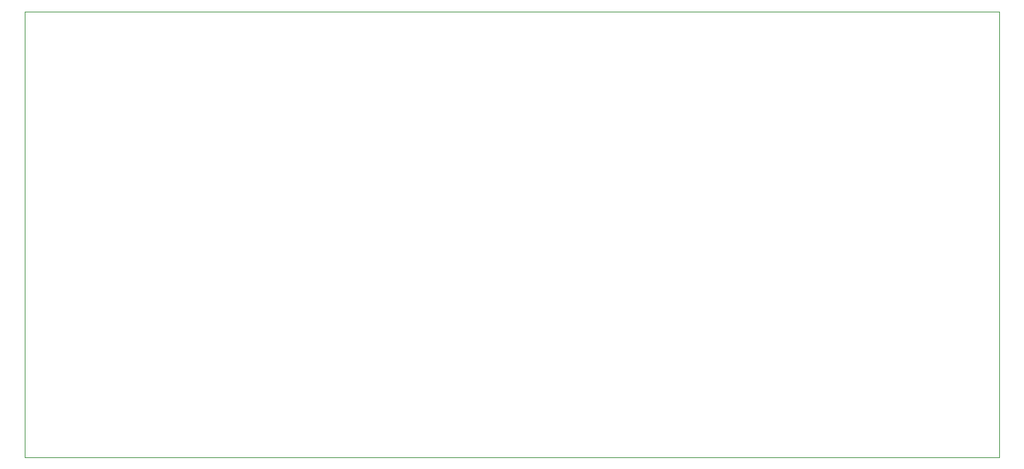
<source format=gbr>
%TF.GenerationSoftware,KiCad,Pcbnew,(5.99.0-8593-g9f18fee124)*%
%TF.CreationDate,2021-02-26T16:48:12-06:00*%
%TF.ProjectId,EE223_Design,45453232-335f-4446-9573-69676e2e6b69,rev?*%
%TF.SameCoordinates,Original*%
%TF.FileFunction,Profile,NP*%
%FSLAX46Y46*%
G04 Gerber Fmt 4.6, Leading zero omitted, Abs format (unit mm)*
G04 Created by KiCad (PCBNEW (5.99.0-8593-g9f18fee124)) date 2021-02-26 16:48:12*
%MOMM*%
%LPD*%
G01*
G04 APERTURE LIST*
%TA.AperFunction,Profile*%
%ADD10C,0.100000*%
%TD*%
G04 APERTURE END LIST*
D10*
X170000000Y-90000000D02*
X50000000Y-90000000D01*
X50000000Y-35000000D02*
X170000000Y-35000000D01*
X170000000Y-35000000D02*
X170000000Y-90000000D01*
X50000000Y-90000000D02*
X50000000Y-35000000D01*
M02*

</source>
